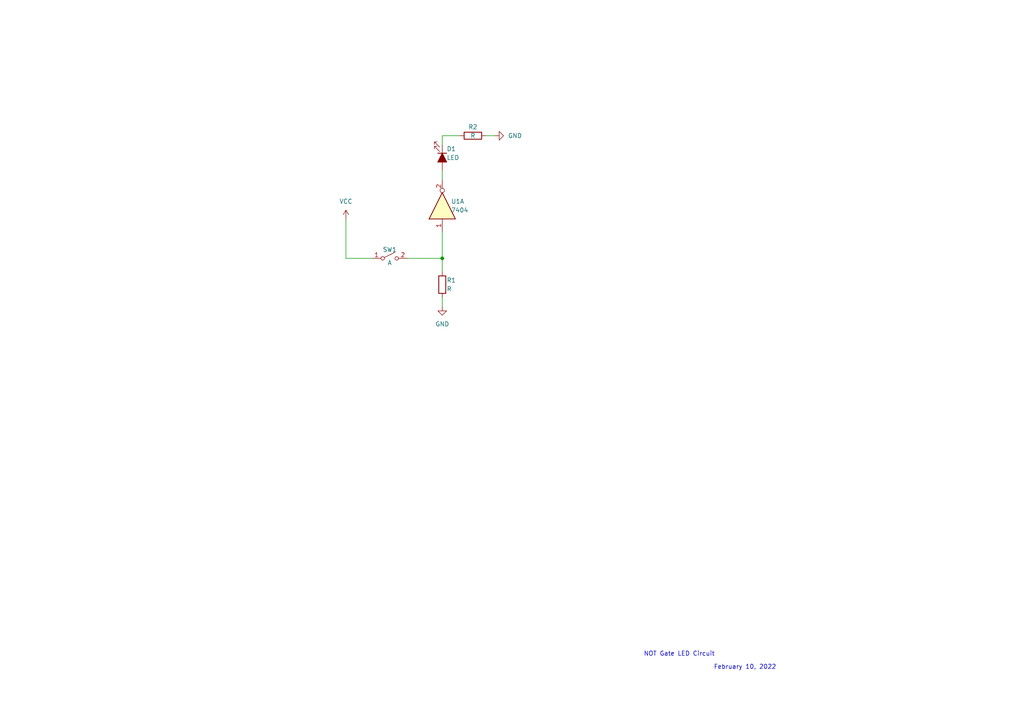
<source format=kicad_sch>
(kicad_sch (version 20211123) (generator eeschema)
  (paper "A4")
  (lib_symbols
    (symbol "74xx:74AHC04"
      (property "Reference" "U" (at 0 1.27 0))
      (property "Value" "74AHC04" (at 0 -1.27 0))
      (symbol "74AHC04_1_0"
        (polyline (pts (xy -3.81 3.81) (xy -3.81 -3.81) (xy 3.81 0) (xy -3.81 3.81)) (stroke (width 0.254)) (fill (type background)))
        (pin input line (at -7.62 0 0) (length 3.81) (name "~") (number "1"))
        (pin output inverted (at 7.62 0 180) (length 3.81) (name "~") (number "2"))
      )
      (symbol "74AHC04_2_0"
        (polyline (pts (xy -3.81 3.81) (xy -3.81 -3.81) (xy 3.81 0) (xy -3.81 3.81)) (stroke (width 0.254)) (fill (type background)))
        (pin input line (at -7.62 0 0) (length 3.81) (name "~") (number "3"))
        (pin output inverted (at 7.62 0 180) (length 3.81) (name "~") (number "4"))
      )
      (symbol "74AHC04_3_0"
        (polyline (pts (xy -3.81 3.81) (xy -3.81 -3.81) (xy 3.81 0) (xy -3.81 3.81)) (stroke (width 0.254)) (fill (type background)))
        (pin input line (at -7.62 0 0) (length 3.81) (name "~") (number "5"))
        (pin output inverted (at 7.62 0 180) (length 3.81) (name "~") (number "6"))
      )
      (symbol "74AHC04_4_0"
        (polyline (pts (xy -3.81 3.81) (xy -3.81 -3.81) (xy 3.81 0) (xy -3.81 3.81)) (stroke (width 0.254)) (fill (type background)))
        (pin output inverted (at 7.62 0 180) (length 3.81) (name "~") (number "8"))
        (pin input line (at -7.62 0 0) (length 3.81) (name "~") (number "9"))
      )
      (symbol "74AHC04_5_0"
        (polyline (pts (xy -3.81 3.81) (xy -3.81 -3.81) (xy 3.81 0) (xy -3.81 3.81)) (stroke (width 0.254)) (fill (type background)))
        (pin output inverted (at 7.62 0 180) (length 3.81) (name "~") (number "10"))
        (pin input line (at -7.62 0 0) (length 3.81) (name "~") (number "11"))
      )
      (symbol "74AHC04_6_0"
        (polyline (pts (xy -3.81 3.81) (xy -3.81 -3.81) (xy 3.81 0) (xy -3.81 3.81)) (stroke (width 0.254)) (fill (type background)))
        (pin output inverted (at 7.62 0 180) (length 3.81) (name "~") (number "12"))
        (pin input line (at -7.62 0 0) (length 3.81) (name "~") (number "13"))
      )
      (symbol "74AHC04_7_0"
        (pin power_in line (at 0 12.7 270) (length 5.08) (name "VCC") (number "14"))
        (pin power_in line (at 0 -12.7 90) (length 5.08) (name "GND") (number "7"))
      )
      (symbol "74AHC04_7_1"
        (rectangle (start -5.08 7.62) (end 5.08 -7.62) (stroke (width 0.254)) (fill (type background)))
      )
    )
    (symbol "Device:LED_Filled" (pin_numbers hide) (pin_names (offset 1.016) hide)
      (property "Reference" "D" (at 0 2.54 0))
      (property "Value" "LED_Filled" (at 0 -2.54 0))
      (symbol "LED_Filled_0_1"
        (polyline (pts (xy -1.27 -1.27) (xy -1.27 1.27)) (stroke (width 0.254)))
        (polyline (pts (xy -1.27 0) (xy 1.27 0)))
        (polyline (pts (xy 1.27 -1.27) (xy 1.27 1.27) (xy -1.27 0) (xy 1.27 -1.27)) (stroke (width 0.254)) (fill (type outline)))
        (polyline (pts (xy -3.048 -0.762) (xy -4.572 -2.286) (xy -3.81 -2.286) (xy -4.572 -2.286) (xy -4.572 -1.524)))
        (polyline (pts (xy -1.778 -0.762) (xy -3.302 -2.286) (xy -2.54 -2.286) (xy -3.302 -2.286) (xy -3.302 -1.524)))
      )
      (symbol "LED_Filled_1_1"
        (pin passive line (at -3.81 0 0) (length 2.54) (name "K") (number "1"))
        (pin passive line (at 3.81 0 180) (length 2.54) (name "A") (number "2"))
      )
    )
    (symbol "Device:R" (pin_numbers hide) (pin_names (offset 0))
      (property "Reference" "R" (at 2.032 0 90))
      (property "Value" "R" (at 0 0 90))
      (symbol "R_0_1"
        (rectangle (start -1.016 -2.54) (end 1.016 2.54) (stroke (width 0.254)))
      )
      (symbol "R_1_1"
        (pin passive line (at 0 3.81 270) (length 1.27) (name "~") (number "1"))
        (pin passive line (at 0 -3.81 90) (length 1.27) (name "~") (number "2"))
      )
    )
    (symbol "Switch:SW_SPST" (pin_names (offset 0) hide)
      (property "Reference" "SW" (at 0 3.175 0))
      (property "Value" "SW_SPST" (at 0 -2.54 0))
      (symbol "SW_SPST_0_0"
        (circle (center -2.032 0) (radius 0.508))
        (polyline (pts (xy -1.524 0.254) (xy 1.524 1.778)))
        (circle (center 2.032 0) (radius 0.508))
      )
      (symbol "SW_SPST_1_1"
        (pin passive line (at -5.08 0 0) (length 2.54) (name "A") (number "1"))
        (pin passive line (at 5.08 0 180) (length 2.54) (name "B") (number "2"))
      )
    )
    (symbol "power:GND" (power) (pin_names (offset 0))
      (property "Value" "GND" (at 0 -3.81 0))
      (symbol "GND_0_1"
        (polyline (pts (xy 0 0) (xy 0 -1.27) (xy 1.27 -1.27) (xy 0 -2.54) (xy -1.27 -1.27) (xy 0 -1.27)))
      )
      (symbol "GND_1_1"
        (pin power_in line (at 0 0 270) (length 0) hide (name "GND") (number "1"))
      )
    )
    (symbol "power:VCC" (power) (pin_names (offset 0))
      (property "Value" "VCC" (at 0 3.81 0))
      (symbol "VCC_0_1"
        (polyline (pts (xy -0.762 1.27) (xy 0 2.54)))
        (polyline (pts (xy 0 0) (xy 0 2.54)))
        (polyline (pts (xy 0 2.54) (xy 0.762 1.27)))
      )
      (symbol "VCC_1_1"
        (pin power_in line (at 0 0 90) (length 0) hide (name "VCC") (number "1"))
      )
    )
  )
  (junction (at 128.27 74.93))
  (wire (pts (xy 128.27 86.36) (xy 128.27 88.9)))
  (wire (pts (xy 118.11 74.93) (xy 128.27 74.93)))
  (wire (pts (xy 128.27 74.93) (xy 128.27 78.74)))
  (wire (pts (xy 128.27 41.91) (xy 128.27 39.37)))
  (wire (pts (xy 100.33 63.5) (xy 100.33 74.93)))
  (wire (pts (xy 100.33 74.93) (xy 107.95 74.93)))
  (wire (pts (xy 128.27 39.37) (xy 133.35 39.37)))
  (wire (pts (xy 128.27 67.31) (xy 128.27 74.93)))
  (wire (pts (xy 128.27 49.53) (xy 128.27 52.07)))
  (wire (pts (xy 140.97 39.37) (xy 143.51 39.37)))
  (text "February 10, 2022" (at 207.01 194.31 0) (effects (font (size 1.27 1.27)) (justify left bottom)))
  (text "NOT Gate LED Circuit" (at 186.69 190.5 0) (effects (font (size 1.27 1.27)) (justify left bottom)))
  (symbol (lib_id "74xx:74AHC04") (at 128.27 59.69 90) (unit 1)
    (property "Reference" "U1" (at 130.81 58.42 90) (effects (justify right)))
    (property "Value" "7404" (at 130.81 60.96 90) (effects (justify right)))
    (property "Datasheet" "https://assets.nexperia.com/documents/data-sheet/74AHC_AHCT04.pdf" (effects hide))
  )
  (symbol (lib_id "power:GND") (at 128.27 88.9 0) (unit 1)
    (property "Reference" "#PWR?" (effects hide))
    (property "Value" "GND" (at 128.27 93.98 0))
  )
  (symbol (lib_id "Device:R") (at 137.16 39.37 90) (unit 1)
    (property "Reference" "R2" (at 137.16 36.83 90))
    (property "Value" "R" (at 137.16 39.37 90))
  )
  (symbol (lib_id "power:GND") (at 143.51 39.37 90) (unit 1)
    (property "Reference" "#PWR?" (effects hide))
    (property "Value" "GND" (at 147.32 39.3699 90) (effects (justify right)))
  )
  (symbol (lib_id "Device:R") (at 128.27 82.55 0) (unit 1)
    (property "Reference" "R1" (at 129.54 81.28 0) (effects (justify left)))
    (property "Value" "R" (at 129.54 83.82 0) (effects (justify left)))
  )
  (symbol (lib_id "power:VCC") (at 100.33 63.5 0) (unit 1)
    (property "Reference" "#PWR?" (effects hide))
    (property "Value" "VCC" (at 100.33 58.42 0))
  )
  (symbol (lib_id "Switch:SW_SPST") (at 113.03 74.93 0) (unit 1)
    (property "Reference" "SW1" (at 113.03 72.39 0))
    (property "Value" "A" (at 113.03 76.2 0))
  )
  (symbol (lib_id "Device:LED_Filled") (at 128.27 45.72 270) (unit 1)
    (property "Reference" "D1" (at 129.54 43.18 90) (effects (justify left)))
    (property "Value" "LED" (at 129.54 45.72 90) (effects (justify left)))
  )
)
</source>
